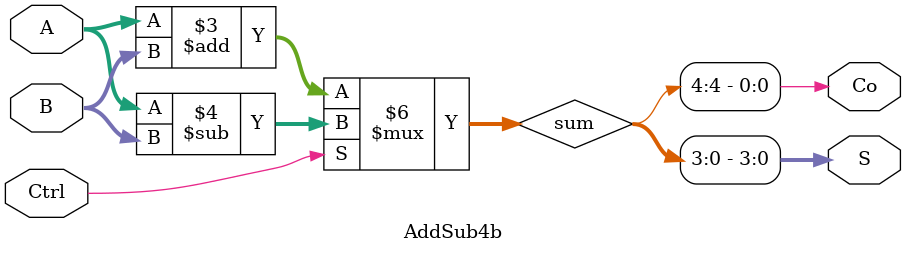
<source format=v>
`timescale 1ns / 1ps
module AddSub4b( Ctrl,B,A,S,Co);
	input wire Ctrl;
	input [3:0] B;
	input [3:0] A;
	output [3:0] S;
	//reg signed [3:0] S;
	output wire Co;
	reg [4:0]sum;
	always@(Ctrl,A,B)
	begin
	if(Ctrl==0)
		sum<=A+B;
	else
	   sum<=A-B;
	end
	assign Co=sum[4];
	assign S=sum[3:0];	
endmodule    


</source>
